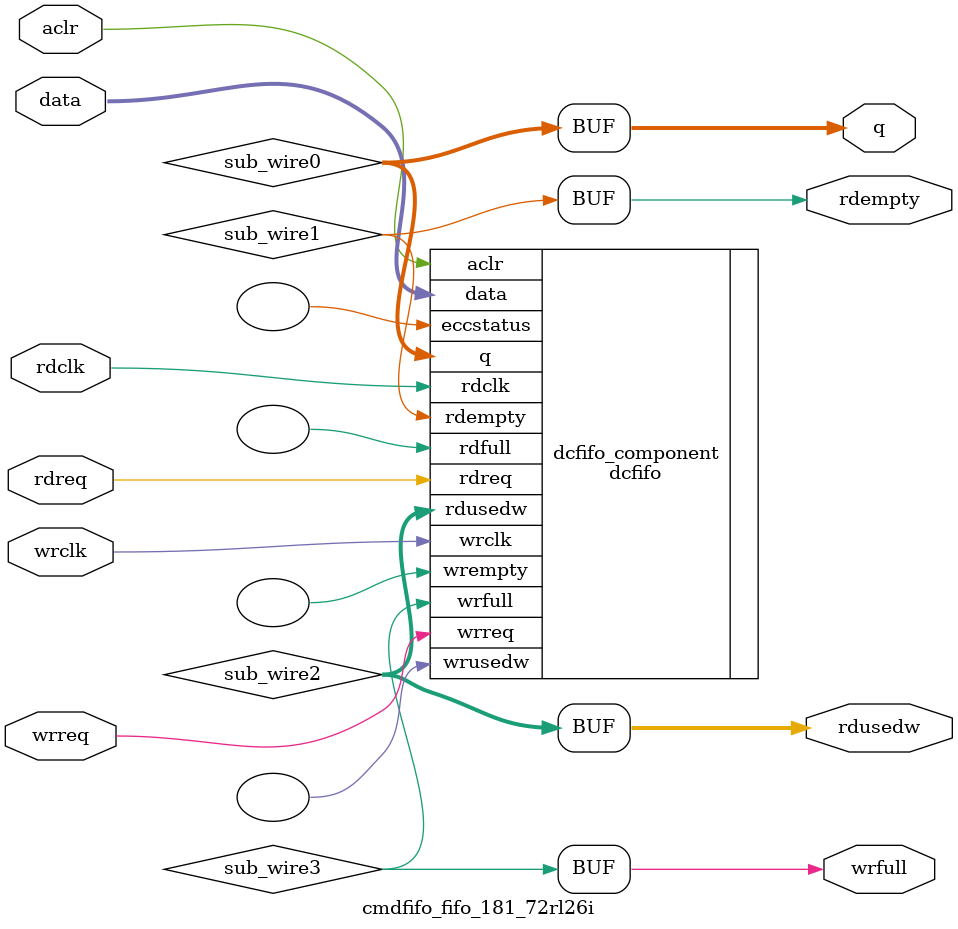
<source format=v>



`timescale 1 ps / 1 ps
// synopsys translate_on
module  cmdfifo_fifo_181_72rl26i  (
    aclr,
    data,
    rdclk,
    rdreq,
    wrclk,
    wrreq,
    q,
    rdempty,
    rdusedw,
    wrfull);

    input    aclr;
    input  [49:0]  data;
    input    rdclk;
    input    rdreq;
    input    wrclk;
    input    wrreq;
    output [49:0]  q;
    output   rdempty;
    output [3:0]  rdusedw;
    output   wrfull;
`ifndef ALTERA_RESERVED_QIS
// synopsys translate_off
`endif
    tri0     aclr;
`ifndef ALTERA_RESERVED_QIS
// synopsys translate_on
`endif

    wire [49:0] sub_wire0;
    wire  sub_wire1;
    wire [3:0] sub_wire2;
    wire  sub_wire3;
    wire [49:0] q = sub_wire0[49:0];
    wire  rdempty = sub_wire1;
    wire [3:0] rdusedw = sub_wire2[3:0];
    wire  wrfull = sub_wire3;

    dcfifo  dcfifo_component (
                .aclr (aclr),
                .data (data),
                .rdclk (rdclk),
                .rdreq (rdreq),
                .wrclk (wrclk),
                .wrreq (wrreq),
                .q (sub_wire0),
                .rdempty (sub_wire1),
                .rdusedw (sub_wire2),
                .wrfull (sub_wire3),
                .eccstatus (),
                .rdfull (),
                .wrempty (),
                .wrusedw ());
    defparam
        dcfifo_component.enable_ecc  = "FALSE",
        dcfifo_component.intended_device_family  = "Arria 10",
        dcfifo_component.lpm_hint  = "DISABLE_DCFIFO_EMBEDDED_TIMING_CONSTRAINT=TRUE",
        dcfifo_component.lpm_numwords  = 16,
        dcfifo_component.lpm_showahead  = "OFF",
        dcfifo_component.lpm_type  = "dcfifo",
        dcfifo_component.lpm_width  = 50,
        dcfifo_component.lpm_widthu  = 4,
        dcfifo_component.overflow_checking  = "ON",
        dcfifo_component.rdsync_delaypipe  = 4,
        dcfifo_component.read_aclr_synch  = "OFF",
        dcfifo_component.underflow_checking  = "ON",
        dcfifo_component.use_eab  = "ON",
        dcfifo_component.write_aclr_synch  = "OFF",
        dcfifo_component.wrsync_delaypipe  = 4;


endmodule



</source>
